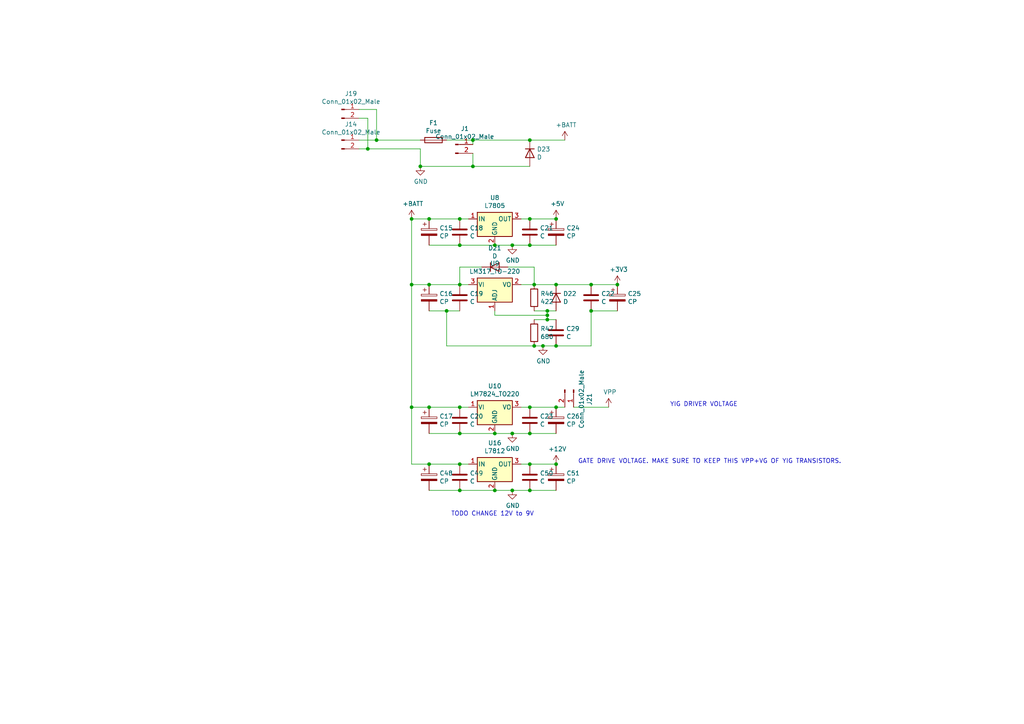
<source format=kicad_sch>
(kicad_sch (version 20230121) (generator eeschema)
  (paper "A4")
  (lib_symbols
    (symbol "Device:C" (pin_numbers hide) (pin_names (offset 0.254))
      (property "Reference" "C" (at 0.635 2.54 0))
      (property "Value" "C" (at 0.635 -2.54 0))
      (symbol "C_0_1"
        (polyline (pts (xy -2.032 -0.762) (xy 2.032 -0.762)) (stroke (width 0.508)))
        (polyline (pts (xy -2.032 0.762) (xy 2.032 0.762)) (stroke (width 0.508)))
      )
      (symbol "C_1_1"
        (pin passive line (at 0 3.81 270) (length 2.794) (name "~") (number "1"))
        (pin passive line (at 0 -3.81 90) (length 2.794) (name "~") (number "2"))
      )
    )
    (symbol "Device:D" (pin_numbers hide) (pin_names (offset 1.016) hide)
      (property "Reference" "D" (at 0 2.54 0))
      (property "Value" "D" (at 0 -2.54 0))
      (symbol "D_0_1"
        (polyline (pts (xy -1.27 1.27) (xy -1.27 -1.27)) (stroke (width 0.254)))
        (polyline (pts (xy 1.27 0) (xy -1.27 0)))
        (polyline (pts (xy 1.27 1.27) (xy 1.27 -1.27) (xy -1.27 0) (xy 1.27 1.27)) (stroke (width 0.254)))
      )
      (symbol "D_1_1"
        (pin passive line (at -3.81 0 0) (length 2.54) (name "K") (number "1"))
        (pin passive line (at 3.81 0 180) (length 2.54) (name "A") (number "2"))
      )
    )
    (symbol "Device:Fuse" (pin_numbers hide) (pin_names (offset 0))
      (property "Reference" "F" (at 2.032 0 90))
      (property "Value" "Fuse" (at -1.905 0 90))
      (symbol "Fuse_0_1"
        (rectangle (start -0.762 -2.54) (end 0.762 2.54) (stroke (width 0.254)))
        (polyline (pts (xy 0 2.54) (xy 0 -2.54)))
      )
      (symbol "Fuse_1_1"
        (pin passive line (at 0 3.81 270) (length 1.27) (name "~") (number "1"))
        (pin passive line (at 0 -3.81 90) (length 1.27) (name "~") (number "2"))
      )
    )
    (symbol "Device:R" (pin_numbers hide) (pin_names (offset 0))
      (property "Reference" "R" (at 2.032 0 90))
      (property "Value" "R" (at 0 0 90))
      (symbol "R_0_1"
        (rectangle (start -1.016 -2.54) (end 1.016 2.54) (stroke (width 0.254)))
      )
      (symbol "R_1_1"
        (pin passive line (at 0 3.81 270) (length 1.27) (name "~") (number "1"))
        (pin passive line (at 0 -3.81 90) (length 1.27) (name "~") (number "2"))
      )
    )
    (symbol "Regulator_Linear:L7805" (pin_names (offset 0.254))
      (property "Reference" "U" (at -3.81 3.175 0))
      (property "Value" "L7805" (at 0 3.175 0))
      (symbol "L7805_0_1"
        (rectangle (start -5.08 1.905) (end 5.08 -5.08) (stroke (width 0.254)) (fill (type background)))
      )
      (symbol "L7805_1_1"
        (pin power_in line (at -7.62 0 0) (length 2.54) (name "IN") (number "1"))
        (pin power_in line (at 0 -7.62 90) (length 2.54) (name "GND") (number "2"))
        (pin power_out line (at 7.62 0 180) (length 2.54) (name "OUT") (number "3"))
      )
    )
    (symbol "Regulator_Linear:L7812" (pin_names (offset 0.254))
      (property "Reference" "U" (at -3.81 3.175 0))
      (property "Value" "L7812" (at 0 3.175 0))
      (symbol "L7812_0_1"
        (rectangle (start -5.08 1.905) (end 5.08 -5.08) (stroke (width 0.254)) (fill (type background)))
      )
      (symbol "L7812_1_1"
        (pin power_in line (at -7.62 0 0) (length 2.54) (name "IN") (number "1"))
        (pin power_in line (at 0 -7.62 90) (length 2.54) (name "GND") (number "2"))
        (pin power_out line (at 7.62 0 180) (length 2.54) (name "OUT") (number "3"))
      )
    )
    (symbol "Regulator_Linear:LM317_TO-220" (pin_names (offset 0.254))
      (property "Reference" "U" (at -3.81 3.175 0))
      (property "Value" "LM317_TO-220" (at 0 3.175 0))
      (symbol "LM317_TO-220_0_1"
        (rectangle (start -5.08 1.905) (end 5.08 -5.08) (stroke (width 0.254)) (fill (type background)))
      )
      (symbol "LM317_TO-220_1_1"
        (pin input line (at 0 -7.62 90) (length 2.54) (name "ADJ") (number "1"))
        (pin power_out line (at 7.62 0 180) (length 2.54) (name "VO") (number "2"))
        (pin power_in line (at -7.62 0 0) (length 2.54) (name "VI") (number "3"))
      )
    )
    (symbol "Regulator_Linear:LM7824_TO220" (pin_names (offset 0.254))
      (property "Reference" "U" (at -3.81 3.175 0))
      (property "Value" "LM7824_TO220" (at 0 3.175 0))
      (symbol "LM7824_TO220_0_1"
        (rectangle (start -5.08 1.905) (end 5.08 -5.08) (stroke (width 0.254)) (fill (type background)))
      )
      (symbol "LM7824_TO220_1_1"
        (pin power_in line (at -7.62 0 0) (length 2.54) (name "VI") (number "1"))
        (pin power_in line (at 0 -7.62 90) (length 2.54) (name "GND") (number "2"))
        (pin power_out line (at 7.62 0 180) (length 2.54) (name "VO") (number "3"))
      )
    )
    (symbol "power:+12V" (power) (pin_names (offset 0))
      (property "Value" "+12V" (at 0 3.556 0))
      (symbol "+12V_0_1"
        (polyline (pts (xy -0.762 1.27) (xy 0 2.54)))
        (polyline (pts (xy 0 0) (xy 0 2.54)))
        (polyline (pts (xy 0 2.54) (xy 0.762 1.27)))
      )
      (symbol "+12V_1_1"
        (pin power_in line (at 0 0 90) (length 0) hide (name "+12V") (number "1"))
      )
    )
    (symbol "power:+5V" (power) (pin_names (offset 0))
      (property "Value" "+5V" (at 0 3.556 0))
      (symbol "+5V_0_1"
        (polyline (pts (xy -0.762 1.27) (xy 0 2.54)))
        (polyline (pts (xy 0 0) (xy 0 2.54)))
        (polyline (pts (xy 0 2.54) (xy 0.762 1.27)))
      )
      (symbol "+5V_1_1"
        (pin power_in line (at 0 0 90) (length 0) hide (name "+5V") (number "1"))
      )
    )
    (symbol "power:+BATT" (power) (pin_names (offset 0))
      (property "Value" "+BATT" (at 0 3.556 0))
      (symbol "+BATT_0_1"
        (polyline (pts (xy -0.762 1.27) (xy 0 2.54)))
        (polyline (pts (xy 0 0) (xy 0 2.54)))
        (polyline (pts (xy 0 2.54) (xy 0.762 1.27)))
      )
      (symbol "+BATT_1_1"
        (pin power_in line (at 0 0 90) (length 0) hide (name "+BATT") (number "1"))
      )
    )
    (symbol "power:GND" (power) (pin_names (offset 0))
      (property "Value" "GND" (at 0 -3.81 0))
      (symbol "GND_0_1"
        (polyline (pts (xy 0 0) (xy 0 -1.27) (xy 1.27 -1.27) (xy 0 -2.54) (xy -1.27 -1.27) (xy 0 -1.27)))
      )
      (symbol "GND_1_1"
        (pin power_in line (at 0 0 270) (length 0) hide (name "GND") (number "1"))
      )
    )
    (symbol "power:VPP" (power) (pin_names (offset 0))
      (property "Value" "VPP" (at 0 3.81 0))
      (symbol "VPP_0_1"
        (polyline (pts (xy -0.762 1.27) (xy 0 2.54)))
        (polyline (pts (xy 0 0) (xy 0 2.54)))
        (polyline (pts (xy 0 2.54) (xy 0.762 1.27)))
      )
      (symbol "VPP_1_1"
        (pin power_in line (at 0 0 90) (length 0) hide (name "VPP") (number "1"))
      )
    )
    (symbol "yigController-rescue:+3.3V-power" (power) (pin_names (offset 0))
      (property "Value" "+3.3V-power" (at 0 3.556 0))
      (symbol "+3.3V-power_0_1"
        (polyline (pts (xy -0.762 1.27) (xy 0 2.54)))
        (polyline (pts (xy 0 0) (xy 0 2.54)))
        (polyline (pts (xy 0 2.54) (xy 0.762 1.27)))
      )
      (symbol "+3.3V-power_1_1"
        (pin power_in line (at 0 0 90) (length 0) hide (name "+3V3") (number "1"))
      )
    )
    (symbol "yigController-rescue:CP-Device" (pin_numbers hide) (pin_names (offset 0.254))
      (property "Reference" "C" (at 0.635 2.54 0))
      (property "Value" "Device_CP" (at 0.635 -2.54 0))
      (symbol "CP-Device_0_1"
        (rectangle (start -2.286 0.508) (end 2.286 1.016))
        (polyline (pts (xy -1.778 2.286) (xy -0.762 2.286)))
        (polyline (pts (xy -1.27 2.794) (xy -1.27 1.778)))
        (rectangle (start 2.286 -0.508) (end -2.286 -1.016) (fill (type outline)))
      )
      (symbol "CP-Device_1_1"
        (pin passive line (at 0 3.81 270) (length 2.794) (name "~") (number "1"))
        (pin passive line (at 0 -3.81 90) (length 2.794) (name "~") (number "2"))
      )
    )
    (symbol "yigController-rescue:Conn_01x02_Male-Connector" (pin_names (offset 1.016) hide)
      (property "Reference" "J" (at 0 2.54 0))
      (property "Value" "Connector_Conn_01x02_Male" (at 0 -5.08 0))
      (symbol "Conn_01x02_Male-Connector_1_1"
        (polyline (pts (xy 1.27 -2.54) (xy 0.8636 -2.54)) (stroke (width 0.1524)))
        (polyline (pts (xy 1.27 0) (xy 0.8636 0)) (stroke (width 0.1524)))
        (rectangle (start 0.8636 -2.413) (end 0 -2.667) (stroke (width 0.1524)) (fill (type outline)))
        (rectangle (start 0.8636 0.127) (end 0 -0.127) (stroke (width 0.1524)) (fill (type outline)))
        (pin passive line (at 5.08 0 180) (length 3.81) (name "Pin_1") (number "1"))
        (pin passive line (at 5.08 -2.54 180) (length 3.81) (name "Pin_2") (number "2"))
      )
    )
  )
  (junction (at 124.46 134.62))
  (junction (at 143.51 125.73))
  (junction (at 124.46 63.5))
  (junction (at 161.29 100.33))
  (junction (at 153.67 134.62))
  (junction (at 153.67 63.5))
  (junction (at 133.35 82.55))
  (junction (at 106.68 43.18))
  (junction (at 119.38 118.11))
  (junction (at 137.16 40.64))
  (junction (at 133.35 118.11))
  (junction (at 153.67 118.11))
  (junction (at 129.54 90.17))
  (junction (at 154.94 82.55))
  (junction (at 148.59 125.73))
  (junction (at 133.35 125.73))
  (junction (at 143.51 71.12))
  (junction (at 133.35 142.24))
  (junction (at 158.75 90.17))
  (junction (at 158.75 91.44))
  (junction (at 124.46 82.55))
  (junction (at 148.59 71.12))
  (junction (at 171.45 82.55))
  (junction (at 179.07 82.55))
  (junction (at 154.94 100.33))
  (junction (at 119.38 63.5))
  (junction (at 137.16 48.26))
  (junction (at 161.29 118.11))
  (junction (at 161.29 63.5))
  (junction (at 133.35 63.5))
  (junction (at 161.29 82.55))
  (junction (at 133.35 134.62))
  (junction (at 157.48 100.33))
  (junction (at 124.46 118.11))
  (junction (at 153.67 40.64))
  (junction (at 121.92 48.26))
  (junction (at 153.67 142.24))
  (junction (at 143.51 142.24))
  (junction (at 133.35 71.12))
  (junction (at 158.75 92.71))
  (junction (at 161.29 134.62))
  (junction (at 171.45 90.17))
  (junction (at 109.22 40.64))
  (junction (at 148.59 142.24))
  (junction (at 153.67 71.12))
  (junction (at 119.38 82.55))
  (junction (at 153.67 125.73))
  (wire (pts (xy 124.46 71.12) (xy 133.35 71.12)))
  (wire (pts (xy 161.29 63.5) (xy 153.67 63.5)))
  (wire (pts (xy 157.48 100.33) (xy 154.94 100.33)))
  (wire (pts (xy 143.51 71.12) (xy 148.59 71.12)))
  (wire (pts (xy 153.67 125.73) (xy 161.29 125.73)))
  (wire (pts (xy 148.59 71.12) (xy 153.67 71.12)))
  (wire (pts (xy 124.46 134.62) (xy 133.35 134.62)))
  (wire (pts (xy 129.54 40.64) (xy 137.16 40.64)))
  (wire (pts (xy 161.29 82.55) (xy 171.45 82.55)))
  (wire (pts (xy 137.16 40.64) (xy 153.67 40.64)))
  (wire (pts (xy 154.94 82.55) (xy 161.29 82.55)))
  (wire (pts (xy 124.46 142.24) (xy 133.35 142.24)))
  (wire (pts (xy 104.14 31.75) (xy 109.22 31.75)))
  (wire (pts (xy 119.38 82.55) (xy 119.38 118.11)))
  (wire (pts (xy 135.89 118.11) (xy 133.35 118.11)))
  (wire (pts (xy 158.75 91.44) (xy 158.75 92.71)))
  (wire (pts (xy 143.51 142.24) (xy 148.59 142.24)))
  (wire (pts (xy 137.16 44.45) (xy 137.16 48.26)))
  (wire (pts (xy 158.75 90.17) (xy 161.29 90.17)))
  (wire (pts (xy 109.22 31.75) (xy 109.22 40.64)))
  (wire (pts (xy 161.29 134.62) (xy 153.67 134.62)))
  (wire (pts (xy 109.22 40.64) (xy 104.14 40.64)))
  (wire (pts (xy 143.51 90.17) (xy 143.51 91.44)))
  (wire (pts (xy 135.89 63.5) (xy 133.35 63.5)))
  (wire (pts (xy 171.45 90.17) (xy 171.45 100.33)))
  (wire (pts (xy 133.35 142.24) (xy 143.51 142.24)))
  (wire (pts (xy 163.83 118.11) (xy 161.29 118.11)))
  (wire (pts (xy 124.46 118.11) (xy 119.38 118.11)))
  (wire (pts (xy 154.94 90.17) (xy 158.75 90.17)))
  (wire (pts (xy 158.75 90.17) (xy 158.75 91.44)))
  (wire (pts (xy 143.51 125.73) (xy 148.59 125.73)))
  (wire (pts (xy 119.38 63.5) (xy 124.46 63.5)))
  (wire (pts (xy 129.54 100.33) (xy 129.54 90.17)))
  (wire (pts (xy 133.35 82.55) (xy 124.46 82.55)))
  (wire (pts (xy 154.94 100.33) (xy 129.54 100.33)))
  (wire (pts (xy 151.13 82.55) (xy 154.94 82.55)))
  (wire (pts (xy 153.67 71.12) (xy 161.29 71.12)))
  (wire (pts (xy 106.68 43.18) (xy 121.92 43.18)))
  (wire (pts (xy 121.92 48.26) (xy 137.16 48.26)))
  (wire (pts (xy 137.16 41.91) (xy 137.16 40.64)))
  (wire (pts (xy 119.38 82.55) (xy 124.46 82.55)))
  (wire (pts (xy 151.13 118.11) (xy 153.67 118.11)))
  (wire (pts (xy 148.59 125.73) (xy 153.67 125.73)))
  (wire (pts (xy 121.92 40.64) (xy 109.22 40.64)))
  (wire (pts (xy 129.54 90.17) (xy 133.35 90.17)))
  (wire (pts (xy 154.94 82.55) (xy 154.94 77.47)))
  (wire (pts (xy 161.29 100.33) (xy 157.48 100.33)))
  (wire (pts (xy 133.35 63.5) (xy 124.46 63.5)))
  (wire (pts (xy 171.45 90.17) (xy 179.07 90.17)))
  (wire (pts (xy 104.14 34.29) (xy 106.68 34.29)))
  (wire (pts (xy 119.38 118.11) (xy 119.38 134.62)))
  (wire (pts (xy 163.83 40.64) (xy 153.67 40.64)))
  (wire (pts (xy 176.53 118.11) (xy 166.37 118.11)))
  (wire (pts (xy 124.46 125.73) (xy 133.35 125.73)))
  (wire (pts (xy 133.35 71.12) (xy 143.51 71.12)))
  (wire (pts (xy 121.92 48.26) (xy 121.92 43.18)))
  (wire (pts (xy 133.35 125.73) (xy 143.51 125.73)))
  (wire (pts (xy 171.45 82.55) (xy 179.07 82.55)))
  (wire (pts (xy 171.45 100.33) (xy 161.29 100.33)))
  (wire (pts (xy 153.67 63.5) (xy 151.13 63.5)))
  (wire (pts (xy 161.29 92.71) (xy 158.75 92.71)))
  (wire (pts (xy 104.14 43.18) (xy 106.68 43.18)))
  (wire (pts (xy 154.94 77.47) (xy 147.32 77.47)))
  (wire (pts (xy 137.16 48.26) (xy 153.67 48.26)))
  (wire (pts (xy 133.35 82.55) (xy 133.35 77.47)))
  (wire (pts (xy 153.67 134.62) (xy 151.13 134.62)))
  (wire (pts (xy 124.46 90.17) (xy 129.54 90.17)))
  (wire (pts (xy 153.67 142.24) (xy 161.29 142.24)))
  (wire (pts (xy 133.35 118.11) (xy 124.46 118.11)))
  (wire (pts (xy 133.35 134.62) (xy 135.89 134.62)))
  (wire (pts (xy 133.35 77.47) (xy 139.7 77.47)))
  (wire (pts (xy 119.38 82.55) (xy 119.38 63.5)))
  (wire (pts (xy 106.68 34.29) (xy 106.68 43.18)))
  (wire (pts (xy 135.89 82.55) (xy 133.35 82.55)))
  (wire (pts (xy 158.75 92.71) (xy 154.94 92.71)))
  (wire (pts (xy 148.59 142.24) (xy 153.67 142.24)))
  (wire (pts (xy 143.51 91.44) (xy 158.75 91.44)))
  (wire (pts (xy 153.67 118.11) (xy 161.29 118.11)))
  (wire (pts (xy 119.38 134.62) (xy 124.46 134.62)))
  (text "YIG DRIVER VOLTAGE" (at 194.31 118.11 0) (effects (font (size 1.27 1.27)) (justify left bottom)))
  (text "TODO CHANGE 12V to 9V" (at 130.81 149.86 0) (effects (font (size 1.27 1.27)) (justify left bottom)))
  (text "GATE DRIVE VOLTAGE. MAKE SURE TO KEEP THIS VPP+VG OF YIG TRANSISTORS." (at 167.64 134.62 0) (effects (font (size 1.27 1.27)) (justify left bottom)))
  (symbol (lib_id "Device:R") (at 154.94 86.36 0) (unit 1)
    (property "Reference" "R46" (at 156.718 85.1916 0) (effects (justify left)))
    (property "Value" "422" (at 156.718 87.503 0) (effects (justify left)))
    (property "Footprint" "Resistor_SMD:R_1206_3216Metric" (effects hide))
  )
  (symbol (lib_id "Device:R") (at 154.94 96.52 0) (unit 1)
    (property "Reference" "R47" (at 156.718 95.3516 0) (effects (justify left)))
    (property "Value" "680" (at 156.718 97.663 0) (effects (justify left)))
    (property "Footprint" "Resistor_SMD:R_1206_3216Metric" (effects hide))
  )
  (symbol (lib_id "Device:D") (at 161.29 86.36 270) (unit 1)
    (property "Reference" "D22" (at 163.322 85.1916 90) (effects (justify left)))
    (property "Value" "D" (at 163.322 87.503 90) (effects (justify left)))
    (property "Footprint" "Diode_SMD:D_2010_5025Metric" (effects hide))
  )
  (symbol (lib_id "Device:D") (at 143.51 77.47 0) (unit 1)
    (property "Reference" "D21" (at 143.51 71.9582 0))
    (property "Value" "D" (at 143.51 74.2696 0))
    (property "Footprint" "Diode_SMD:D_2010_5025Metric" (effects hide))
  )
  (symbol (lib_id "Device:C") (at 161.29 96.52 0) (unit 1)
    (property "Reference" "C29" (at 164.211 95.3516 0) (effects (justify left)))
    (property "Value" "C" (at 164.211 97.663 0) (effects (justify left)))
    (property "Footprint" "Capacitor_SMD:C_1206_3216Metric" (effects hide))
    (instances (project "yigController" (path "" (reference "C29") (unit 1)) (path "" (reference "C?") (unit 1))))
  )
  (symbol (lib_id "Regulator_Linear:LM317_TO-220") (at 143.51 82.55 0) (unit 1)
    (property "Reference" "U9" (at 143.51 76.4032 0))
    (property "Value" "LM317_TO-220" (at 143.51 78.7146 0))
    (property "Footprint" "Package_TO_SOT_THT:TO-220-3_Vertical" (effects hide))
    (property "Datasheet" "http://www.ti.com/lit/ds/symlink/lm317.pdf" (effects hide))
  )
  (symbol (lib_id "Regulator_Linear:L7805") (at 143.51 63.5 0) (unit 1)
    (property "Reference" "U8" (at 143.51 57.3532 0))
    (property "Value" "L7805" (at 143.51 59.6646 0))
    (property "Footprint" "Package_TO_SOT_THT:TO-220-3_Vertical" (effects hide))
    (property "Datasheet" "http://www.st.com/content/ccc/resource/technical/document/datasheet/41/4f/b3/b0/12/d4/47/88/CD00000444.pdf/files/CD00000444.pdf/jcr:content/translations/en.CD00000444.pdf" (effects hide))
    (instances (project "yigController" (path "" (reference "U8") (unit 1)) (path "" (reference "U?") (unit 1))))
  )
  (symbol (lib_id "yigController-rescue:CP-Device") (at 179.07 86.36 0) (unit 1)
    (property "Reference" "C25" (at 182.0672 85.1916 0) (effects (justify left)))
    (property "Value" "CP" (at 182.0672 87.503 0) (effects (justify left)))
    (property "Footprint" "Capacitor_SMD:CP_Elec_10x12.5" (effects hide))
    (instances (project "yigController" (path "" (reference "C25") (unit 1)) (path "" (reference "C?") (unit 1))))
  )
  (symbol (lib_id "Device:C") (at 171.45 86.36 0) (unit 1)
    (property "Reference" "C22" (at 174.371 85.1916 0) (effects (justify left)))
    (property "Value" "C" (at 174.371 87.503 0) (effects (justify left)))
    (property "Footprint" "Capacitor_SMD:C_1206_3216Metric" (effects hide))
    (instances (project "yigController" (path "" (reference "C22") (unit 1)) (path "" (reference "C?") (unit 1))))
  )
  (symbol (lib_id "Device:C") (at 133.35 86.36 0) (unit 1)
    (property "Reference" "C19" (at 136.271 85.1916 0) (effects (justify left)))
    (property "Value" "C" (at 136.271 87.503 0) (effects (justify left)))
    (property "Footprint" "Capacitor_SMD:C_1206_3216Metric" (effects hide))
    (instances (project "yigController" (path "" (reference "C19") (unit 1)) (path "" (reference "C?") (unit 1))))
  )
  (symbol (lib_id "Device:C") (at 133.35 67.31 0) (unit 1)
    (property "Reference" "C18" (at 136.271 66.1416 0) (effects (justify left)))
    (property "Value" "C" (at 136.271 68.453 0) (effects (justify left)))
    (property "Footprint" "Capacitor_SMD:C_1206_3216Metric" (effects hide))
    (instances (project "yigController" (path "" (reference "C18") (unit 1)) (path "" (reference "C?") (unit 1))))
  )
  (symbol (lib_id "Device:C") (at 153.67 67.31 0) (unit 1)
    (property "Reference" "C21" (at 156.591 66.1416 0) (effects (justify left)))
    (property "Value" "C" (at 156.591 68.453 0) (effects (justify left)))
    (property "Footprint" "Capacitor_SMD:C_1206_3216Metric" (effects hide))
    (instances (project "yigController" (path "" (reference "C21") (unit 1)) (path "" (reference "C?") (unit 1))))
  )
  (symbol (lib_id "yigController-rescue:CP-Device") (at 161.29 67.31 0) (unit 1)
    (property "Reference" "C24" (at 164.2872 66.1416 0) (effects (justify left)))
    (property "Value" "CP" (at 164.2872 68.453 0) (effects (justify left)))
    (property "Footprint" "Capacitor_SMD:CP_Elec_10x12.5" (effects hide))
    (instances (project "yigController" (path "" (reference "C24") (unit 1)) (path "" (reference "C?") (unit 1))))
  )
  (symbol (lib_id "yigController-rescue:CP-Device") (at 124.46 67.31 0) (unit 1)
    (property "Reference" "C15" (at 127.4572 66.1416 0) (effects (justify left)))
    (property "Value" "CP" (at 127.4572 68.453 0) (effects (justify left)))
    (property "Footprint" "Capacitor_SMD:CP_Elec_10x12.5" (effects hide))
    (instances (project "yigController" (path "" (reference "C15") (unit 1)) (path "" (reference "C?") (unit 1))))
  )
  (symbol (lib_id "yigController-rescue:CP-Device") (at 124.46 86.36 0) (unit 1)
    (property "Reference" "C16" (at 127.4572 85.1916 0) (effects (justify left)))
    (property "Value" "CP" (at 127.4572 87.503 0) (effects (justify left)))
    (property "Footprint" "Capacitor_SMD:CP_Elec_10x12.5" (effects hide))
    (instances (project "yigController" (path "" (reference "C16") (unit 1)) (path "" (reference "C?") (unit 1))))
  )
  (symbol (lib_id "power:GND") (at 157.48 100.33 0) (unit 1)
    (property "Reference" "#PWR0152" (effects hide))
    (property "Value" "GND" (at 157.607 104.7242 0))
    (instances (project "yigController" (path "" (reference "#PWR0152") (unit 1)) (path "" (reference "#PWR?") (unit 1))))
  )
  (symbol (lib_id "power:GND") (at 148.59 71.12 0) (unit 1)
    (property "Reference" "#PWR0153" (effects hide))
    (property "Value" "GND" (at 148.717 75.5142 0))
    (instances (project "yigController" (path "" (reference "#PWR0153") (unit 1)) (path "" (reference "#PWR?") (unit 1))))
  )
  (symbol (lib_id "yigController-rescue:Conn_01x02_Male-Connector") (at 99.06 40.64 0) (unit 1)
    (property "Reference" "J14" (at 101.8032 36.0426 0))
    (property "Value" "Conn_01x02_Male" (at 101.8032 38.354 0))
    (property "Footprint" "Connector_PinHeader_2.54mm:PinHeader_1x02_P2.54mm_Vertical" (effects hide))
    (instances (project "yigController" (path "" (reference "J14") (unit 1)) (path "" (reference "J?") (unit 1))))
  )
  (symbol (lib_id "power:GND") (at 121.92 48.26 0) (unit 1)
    (property "Reference" "#PWR0154" (effects hide))
    (property "Value" "GND" (at 122.047 52.6542 0))
    (instances (project "yigController" (path "" (reference "#PWR0154") (unit 1)) (path "" (reference "#PWR?") (unit 1))))
  )
  (symbol (lib_id "power:+5V") (at 161.29 63.5 0) (unit 1)
    (property "Reference" "#PWR0155" (effects hide))
    (property "Value" "+5V" (at 161.671 59.1058 0))
    (instances (project "yigController" (path "" (reference "#PWR0155") (unit 1)) (path "" (reference "#PWR?") (unit 1))))
  )
  (symbol (lib_id "yigController-rescue:+3.3V-power") (at 179.07 82.55 0) (unit 1)
    (property "Reference" "#PWR0156" (effects hide))
    (property "Value" "+3.3V" (at 179.451 78.1558 0))
    (instances (project "yigController" (path "" (reference "#PWR0156") (unit 1)) (path "" (reference "#PWR?") (unit 1))))
  )
  (symbol (lib_id "power:+BATT") (at 119.38 63.5 0) (unit 1)
    (property "Reference" "#PWR0157" (effects hide))
    (property "Value" "+BATT" (at 119.761 59.1058 0))
    (instances (project "yigController" (path "" (reference "#PWR0157") (unit 1)) (path "" (reference "#PWR?") (unit 1))))
  )
  (symbol (lib_id "yigController-rescue:CP-Device") (at 161.29 121.92 0) (unit 1)
    (property "Reference" "C26" (at 164.2872 120.7516 0) (effects (justify left)))
    (property "Value" "CP" (at 164.2872 123.063 0) (effects (justify left)))
    (property "Footprint" "Capacitor_SMD:CP_Elec_10x12.5" (effects hide))
    (instances (project "yigController" (path "" (reference "C26") (unit 1)) (path "" (reference "C?") (unit 1))))
  )
  (symbol (lib_id "Device:C") (at 153.67 121.92 0) (unit 1)
    (property "Reference" "C23" (at 156.591 120.7516 0) (effects (justify left)))
    (property "Value" "C" (at 156.591 123.063 0) (effects (justify left)))
    (property "Footprint" "Capacitor_SMD:C_1206_3216Metric" (effects hide))
    (instances (project "yigController" (path "" (reference "C23") (unit 1)) (path "" (reference "C?") (unit 1))))
  )
  (symbol (lib_id "Device:C") (at 133.35 121.92 0) (unit 1)
    (property "Reference" "C20" (at 136.271 120.7516 0) (effects (justify left)))
    (property "Value" "C" (at 136.271 123.063 0) (effects (justify left)))
    (property "Footprint" "Capacitor_SMD:C_1206_3216Metric" (effects hide))
    (instances (project "yigController" (path "" (reference "C20") (unit 1)) (path "" (reference "C?") (unit 1))))
  )
  (symbol (lib_id "yigController-rescue:CP-Device") (at 124.46 121.92 0) (unit 1)
    (property "Reference" "C17" (at 127.4572 120.7516 0) (effects (justify left)))
    (property "Value" "CP" (at 127.4572 123.063 0) (effects (justify left)))
    (property "Footprint" "Capacitor_SMD:CP_Elec_10x12.5" (effects hide))
    (instances (project "yigController" (path "" (reference "C17") (unit 1)) (path "" (reference "C?") (unit 1))))
  )
  (symbol (lib_id "power:GND") (at 148.59 125.73 0) (unit 1)
    (property "Reference" "#PWR0158" (effects hide))
    (property "Value" "GND" (at 148.717 130.1242 0))
    (instances (project "yigController" (path "" (reference "#PWR0158") (unit 1)) (path "" (reference "#PWR?") (unit 1))))
  )
  (symbol (lib_id "Regulator_Linear:LM7824_TO220") (at 143.51 118.11 0) (unit 1)
    (property "Reference" "U10" (at 143.51 111.9632 0))
    (property "Value" "LM7824_TO220" (at 143.51 114.2746 0))
    (property "Footprint" "Package_TO_SOT_THT:TO-220-3_Vertical" (effects hide))
    (property "Datasheet" "https://www.onsemi.cn/PowerSolutions/document/MC7800-D.PDF" (effects hide))
    (instances (project "yigController" (path "" (reference "U10") (unit 1)) (path "" (reference "U?") (unit 1))))
  )
  (symbol (lib_id "power:VPP") (at 176.53 118.11 0) (unit 1)
    (property "Reference" "#PWR0159" (effects hide))
    (property "Value" "VPP" (at 176.911 113.7158 0))
    (instances (project "yigController" (path "" (reference "#PWR0159") (unit 1)) (path "" (reference "#PWR?") (unit 1))))
  )
  (symbol (lib_id "power:+BATT") (at 163.83 40.64 0) (unit 1)
    (property "Reference" "#PWR0160" (effects hide))
    (property "Value" "+BATT" (at 164.211 36.2458 0))
    (instances (project "yigController" (path "" (reference "#PWR0160") (unit 1)) (path "" (reference "#PWR?") (unit 1))))
  )
  (symbol (lib_id "Device:C") (at 133.35 138.43 0) (unit 1)
    (property "Reference" "C49" (at 136.271 137.2616 0) (effects (justify left)))
    (property "Value" "C" (at 136.271 139.573 0) (effects (justify left)))
    (property "Footprint" "Capacitor_SMD:C_1206_3216Metric" (effects hide))
    (instances (project "yigController" (path "" (reference "C49") (unit 1)) (path "" (reference "C?") (unit 1))))
  )
  (symbol (lib_id "Device:C") (at 153.67 138.43 0) (unit 1)
    (property "Reference" "C50" (at 156.591 137.2616 0) (effects (justify left)))
    (property "Value" "C" (at 156.591 139.573 0) (effects (justify left)))
    (property "Footprint" "Capacitor_SMD:C_1206_3216Metric" (effects hide))
    (instances (project "yigController" (path "" (reference "C50") (unit 1)) (path "" (reference "C?") (unit 1))))
  )
  (symbol (lib_id "yigController-rescue:CP-Device") (at 161.29 138.43 0) (unit 1)
    (property "Reference" "C51" (at 164.2872 137.2616 0) (effects (justify left)))
    (property "Value" "CP" (at 164.2872 139.573 0) (effects (justify left)))
    (property "Footprint" "Capacitor_SMD:CP_Elec_10x12.5" (effects hide))
    (instances (project "yigController" (path "" (reference "C51") (unit 1)) (path "" (reference "C?") (unit 1))))
  )
  (symbol (lib_id "yigController-rescue:CP-Device") (at 124.46 138.43 0) (unit 1)
    (property "Reference" "C48" (at 127.4572 137.2616 0) (effects (justify left)))
    (property "Value" "CP" (at 127.4572 139.573 0) (effects (justify left)))
    (property "Footprint" "Capacitor_SMD:CP_Elec_10x12.5" (effects hide))
    (instances (project "yigController" (path "" (reference "C48") (unit 1)) (path "" (reference "C?") (unit 1))))
  )
  (symbol (lib_id "power:GND") (at 148.59 142.24 0) (unit 1)
    (property "Reference" "#PWR0196" (effects hide))
    (property "Value" "GND" (at 148.717 146.6342 0))
    (instances (project "yigController" (path "" (reference "#PWR0196") (unit 1)) (path "" (reference "#PWR?") (unit 1))))
  )
  (symbol (lib_id "Regulator_Linear:L7812") (at 143.51 134.62 0) (unit 1)
    (property "Reference" "U16" (at 143.51 128.4732 0))
    (property "Value" "L7812" (at 143.51 130.7846 0))
    (property "Footprint" "Package_TO_SOT_THT:TO-220-3_Vertical" (effects hide))
    (property "Datasheet" "http://www.st.com/content/ccc/resource/technical/document/datasheet/41/4f/b3/b0/12/d4/47/88/CD00000444.pdf/files/CD00000444.pdf/jcr:content/translations/en.CD00000444.pdf" (effects hide))
  )
  (symbol (lib_id "power:+12V") (at 161.29 134.62 0) (unit 1)
    (property "Reference" "#PWR0197" (effects hide))
    (property "Value" "+12V" (at 161.671 130.2258 0))
  )
  (symbol (lib_id "Device:Fuse") (at 125.73 40.64 270) (unit 1)
    (property "Reference" "F1" (at 125.73 35.6362 90))
    (property "Value" "Fuse" (at 125.73 37.9476 90))
    (property "Footprint" "Fuse:Fuse_1206_3216Metric" (effects hide))
  )
  (symbol (lib_id "Device:D") (at 153.67 44.45 270) (unit 1)
    (property "Reference" "D23" (at 155.702 43.2816 90) (effects (justify left)))
    (property "Value" "D" (at 155.702 45.593 90) (effects (justify left)))
    (property "Footprint" "Diode_SMD:D_2010_5025Metric" (effects hide))
  )
  (symbol (lib_id "yigController-rescue:Conn_01x02_Male-Connector") (at 132.08 41.91 0) (unit 1)
    (property "Reference" "J1" (at 134.8232 37.3126 0))
    (property "Value" "Conn_01x02_Male" (at 134.8232 39.624 0))
    (property "Footprint" "Connector_PinHeader_2.54mm:PinHeader_1x02_P2.54mm_Vertical" (effects hide))
    (instances (project "yigController" (path "" (reference "J1") (unit 1)) (path "" (reference "J?") (unit 1))))
  )
  (symbol (lib_id "yigController-rescue:Conn_01x02_Male-Connector") (at 166.37 113.03 270) (unit 1)
    (property "Reference" "J21" (at 170.9674 115.7732 0))
    (property "Value" "Conn_01x02_Male" (at 168.656 115.7732 0))
    (property "Footprint" "Connector_PinHeader_2.54mm:PinHeader_1x02_P2.54mm_Vertical" (effects hide))
    (instances (project "yigController" (path "" (reference "J21") (unit 1)) (path "" (reference "J?") (unit 1))))
  )
  (symbol (lib_id "yigController-rescue:Conn_01x02_Male-Connector") (at 99.06 31.75 0) (unit 1)
    (property "Reference" "J19" (at 101.8032 27.1526 0))
    (property "Value" "Conn_01x02_Male" (at 101.8032 29.464 0))
    (property "Footprint" "Connector_PinHeader_2.54mm:PinHeader_1x02_P2.54mm_Vertical" (effects hide))
    (instances (project "yigController" (path "" (reference "J19") (unit 1)) (path "" (reference "J?") (unit 1))))
  )
)
</source>
